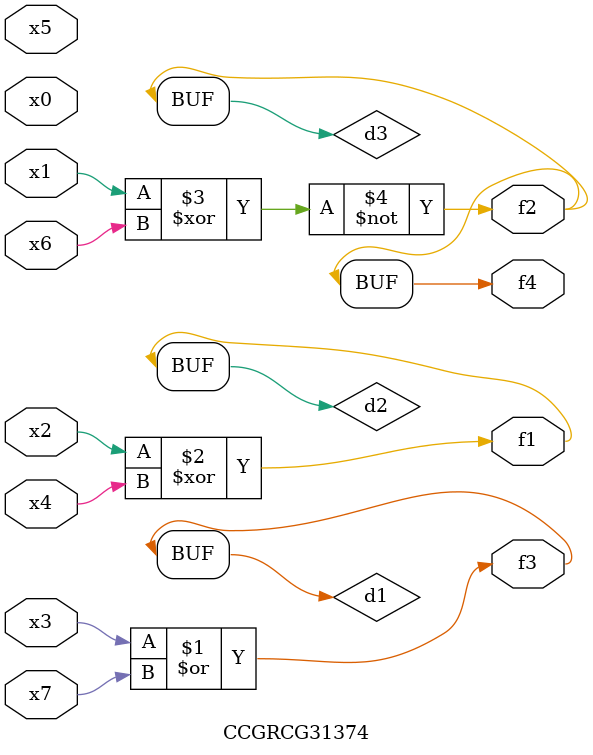
<source format=v>
module CCGRCG31374(
	input x0, x1, x2, x3, x4, x5, x6, x7,
	output f1, f2, f3, f4
);

	wire d1, d2, d3;

	or (d1, x3, x7);
	xor (d2, x2, x4);
	xnor (d3, x1, x6);
	assign f1 = d2;
	assign f2 = d3;
	assign f3 = d1;
	assign f4 = d3;
endmodule

</source>
